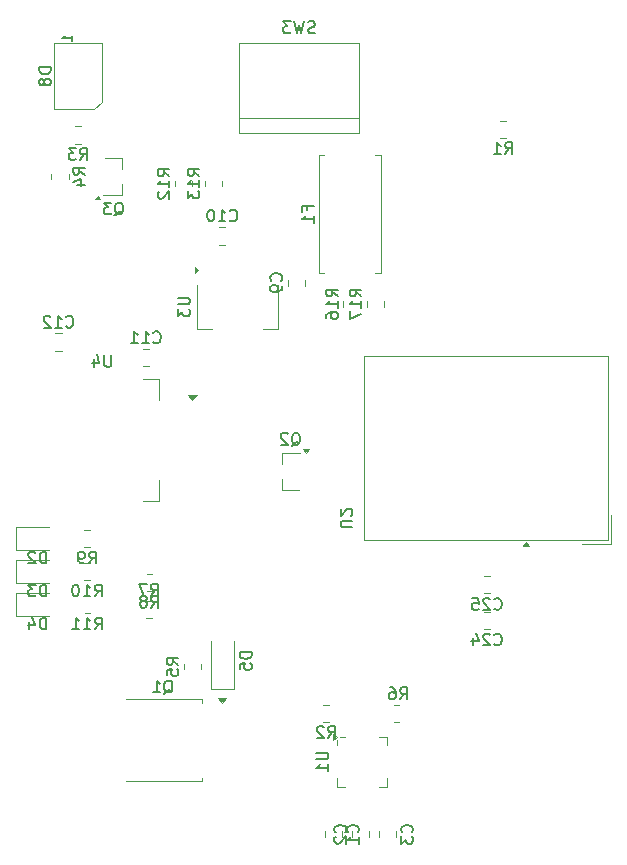
<source format=gbr>
%TF.GenerationSoftware,KiCad,Pcbnew,9.0.4*%
%TF.CreationDate,2025-08-24T10:42:23+02:00*%
%TF.ProjectId,pami_2026,70616d69-5f32-4303-9236-2e6b69636164,rev?*%
%TF.SameCoordinates,Original*%
%TF.FileFunction,Legend,Bot*%
%TF.FilePolarity,Positive*%
%FSLAX46Y46*%
G04 Gerber Fmt 4.6, Leading zero omitted, Abs format (unit mm)*
G04 Created by KiCad (PCBNEW 9.0.4) date 2025-08-24 10:42:23*
%MOMM*%
%LPD*%
G01*
G04 APERTURE LIST*
%ADD10C,0.150000*%
%ADD11C,0.120000*%
G04 APERTURE END LIST*
D10*
X217245180Y-67711904D02*
X216435657Y-67711904D01*
X216435657Y-67711904D02*
X216340419Y-67664285D01*
X216340419Y-67664285D02*
X216292800Y-67616666D01*
X216292800Y-67616666D02*
X216245180Y-67521428D01*
X216245180Y-67521428D02*
X216245180Y-67330952D01*
X216245180Y-67330952D02*
X216292800Y-67235714D01*
X216292800Y-67235714D02*
X216340419Y-67188095D01*
X216340419Y-67188095D02*
X216435657Y-67140476D01*
X216435657Y-67140476D02*
X217245180Y-67140476D01*
X217149942Y-66711904D02*
X217197561Y-66664285D01*
X217197561Y-66664285D02*
X217245180Y-66569047D01*
X217245180Y-66569047D02*
X217245180Y-66330952D01*
X217245180Y-66330952D02*
X217197561Y-66235714D01*
X217197561Y-66235714D02*
X217149942Y-66188095D01*
X217149942Y-66188095D02*
X217054704Y-66140476D01*
X217054704Y-66140476D02*
X216959466Y-66140476D01*
X216959466Y-66140476D02*
X216816609Y-66188095D01*
X216816609Y-66188095D02*
X216245180Y-66759523D01*
X216245180Y-66759523D02*
X216245180Y-66140476D01*
X201277238Y-81776057D02*
X201372476Y-81728438D01*
X201372476Y-81728438D02*
X201467714Y-81633200D01*
X201467714Y-81633200D02*
X201610571Y-81490342D01*
X201610571Y-81490342D02*
X201705809Y-81442723D01*
X201705809Y-81442723D02*
X201801047Y-81442723D01*
X201753428Y-81680819D02*
X201848666Y-81633200D01*
X201848666Y-81633200D02*
X201943904Y-81537961D01*
X201943904Y-81537961D02*
X201991523Y-81347485D01*
X201991523Y-81347485D02*
X201991523Y-81014152D01*
X201991523Y-81014152D02*
X201943904Y-80823676D01*
X201943904Y-80823676D02*
X201848666Y-80728438D01*
X201848666Y-80728438D02*
X201753428Y-80680819D01*
X201753428Y-80680819D02*
X201562952Y-80680819D01*
X201562952Y-80680819D02*
X201467714Y-80728438D01*
X201467714Y-80728438D02*
X201372476Y-80823676D01*
X201372476Y-80823676D02*
X201324857Y-81014152D01*
X201324857Y-81014152D02*
X201324857Y-81347485D01*
X201324857Y-81347485D02*
X201372476Y-81537961D01*
X201372476Y-81537961D02*
X201467714Y-81633200D01*
X201467714Y-81633200D02*
X201562952Y-81680819D01*
X201562952Y-81680819D02*
X201753428Y-81680819D01*
X200372476Y-81680819D02*
X200943904Y-81680819D01*
X200658190Y-81680819D02*
X200658190Y-80680819D01*
X200658190Y-80680819D02*
X200753428Y-80823676D01*
X200753428Y-80823676D02*
X200848666Y-80918914D01*
X200848666Y-80918914D02*
X200943904Y-80966533D01*
X204290819Y-37949142D02*
X203814628Y-37615809D01*
X204290819Y-37377714D02*
X203290819Y-37377714D01*
X203290819Y-37377714D02*
X203290819Y-37758666D01*
X203290819Y-37758666D02*
X203338438Y-37853904D01*
X203338438Y-37853904D02*
X203386057Y-37901523D01*
X203386057Y-37901523D02*
X203481295Y-37949142D01*
X203481295Y-37949142D02*
X203624152Y-37949142D01*
X203624152Y-37949142D02*
X203719390Y-37901523D01*
X203719390Y-37901523D02*
X203767009Y-37853904D01*
X203767009Y-37853904D02*
X203814628Y-37758666D01*
X203814628Y-37758666D02*
X203814628Y-37377714D01*
X204290819Y-38901523D02*
X204290819Y-38330095D01*
X204290819Y-38615809D02*
X203290819Y-38615809D01*
X203290819Y-38615809D02*
X203433676Y-38520571D01*
X203433676Y-38520571D02*
X203528914Y-38425333D01*
X203528914Y-38425333D02*
X203576533Y-38330095D01*
X203290819Y-39234857D02*
X203290819Y-39853904D01*
X203290819Y-39853904D02*
X203671771Y-39520571D01*
X203671771Y-39520571D02*
X203671771Y-39663428D01*
X203671771Y-39663428D02*
X203719390Y-39758666D01*
X203719390Y-39758666D02*
X203767009Y-39806285D01*
X203767009Y-39806285D02*
X203862247Y-39853904D01*
X203862247Y-39853904D02*
X204100342Y-39853904D01*
X204100342Y-39853904D02*
X204195580Y-39806285D01*
X204195580Y-39806285D02*
X204243200Y-39758666D01*
X204243200Y-39758666D02*
X204290819Y-39663428D01*
X204290819Y-39663428D02*
X204290819Y-39377714D01*
X204290819Y-39377714D02*
X204243200Y-39282476D01*
X204243200Y-39282476D02*
X204195580Y-39234857D01*
X201750819Y-37965142D02*
X201274628Y-37631809D01*
X201750819Y-37393714D02*
X200750819Y-37393714D01*
X200750819Y-37393714D02*
X200750819Y-37774666D01*
X200750819Y-37774666D02*
X200798438Y-37869904D01*
X200798438Y-37869904D02*
X200846057Y-37917523D01*
X200846057Y-37917523D02*
X200941295Y-37965142D01*
X200941295Y-37965142D02*
X201084152Y-37965142D01*
X201084152Y-37965142D02*
X201179390Y-37917523D01*
X201179390Y-37917523D02*
X201227009Y-37869904D01*
X201227009Y-37869904D02*
X201274628Y-37774666D01*
X201274628Y-37774666D02*
X201274628Y-37393714D01*
X201750819Y-38917523D02*
X201750819Y-38346095D01*
X201750819Y-38631809D02*
X200750819Y-38631809D01*
X200750819Y-38631809D02*
X200893676Y-38536571D01*
X200893676Y-38536571D02*
X200988914Y-38441333D01*
X200988914Y-38441333D02*
X201036533Y-38346095D01*
X200846057Y-39298476D02*
X200798438Y-39346095D01*
X200798438Y-39346095D02*
X200750819Y-39441333D01*
X200750819Y-39441333D02*
X200750819Y-39679428D01*
X200750819Y-39679428D02*
X200798438Y-39774666D01*
X200798438Y-39774666D02*
X200846057Y-39822285D01*
X200846057Y-39822285D02*
X200941295Y-39869904D01*
X200941295Y-39869904D02*
X201036533Y-39869904D01*
X201036533Y-39869904D02*
X201179390Y-39822285D01*
X201179390Y-39822285D02*
X201750819Y-39250857D01*
X201750819Y-39250857D02*
X201750819Y-39869904D01*
X229264357Y-77604580D02*
X229311976Y-77652200D01*
X229311976Y-77652200D02*
X229454833Y-77699819D01*
X229454833Y-77699819D02*
X229550071Y-77699819D01*
X229550071Y-77699819D02*
X229692928Y-77652200D01*
X229692928Y-77652200D02*
X229788166Y-77556961D01*
X229788166Y-77556961D02*
X229835785Y-77461723D01*
X229835785Y-77461723D02*
X229883404Y-77271247D01*
X229883404Y-77271247D02*
X229883404Y-77128390D01*
X229883404Y-77128390D02*
X229835785Y-76937914D01*
X229835785Y-76937914D02*
X229788166Y-76842676D01*
X229788166Y-76842676D02*
X229692928Y-76747438D01*
X229692928Y-76747438D02*
X229550071Y-76699819D01*
X229550071Y-76699819D02*
X229454833Y-76699819D01*
X229454833Y-76699819D02*
X229311976Y-76747438D01*
X229311976Y-76747438D02*
X229264357Y-76795057D01*
X228883404Y-76795057D02*
X228835785Y-76747438D01*
X228835785Y-76747438D02*
X228740547Y-76699819D01*
X228740547Y-76699819D02*
X228502452Y-76699819D01*
X228502452Y-76699819D02*
X228407214Y-76747438D01*
X228407214Y-76747438D02*
X228359595Y-76795057D01*
X228359595Y-76795057D02*
X228311976Y-76890295D01*
X228311976Y-76890295D02*
X228311976Y-76985533D01*
X228311976Y-76985533D02*
X228359595Y-77128390D01*
X228359595Y-77128390D02*
X228931023Y-77699819D01*
X228931023Y-77699819D02*
X228311976Y-77699819D01*
X227454833Y-77033152D02*
X227454833Y-77699819D01*
X227692928Y-76652200D02*
X227931023Y-77366485D01*
X227931023Y-77366485D02*
X227311976Y-77366485D01*
X200207666Y-74494819D02*
X200540999Y-74018628D01*
X200779094Y-74494819D02*
X200779094Y-73494819D01*
X200779094Y-73494819D02*
X200398142Y-73494819D01*
X200398142Y-73494819D02*
X200302904Y-73542438D01*
X200302904Y-73542438D02*
X200255285Y-73590057D01*
X200255285Y-73590057D02*
X200207666Y-73685295D01*
X200207666Y-73685295D02*
X200207666Y-73828152D01*
X200207666Y-73828152D02*
X200255285Y-73923390D01*
X200255285Y-73923390D02*
X200302904Y-73971009D01*
X200302904Y-73971009D02*
X200398142Y-74018628D01*
X200398142Y-74018628D02*
X200779094Y-74018628D01*
X199636237Y-73923390D02*
X199731475Y-73875771D01*
X199731475Y-73875771D02*
X199779094Y-73828152D01*
X199779094Y-73828152D02*
X199826713Y-73732914D01*
X199826713Y-73732914D02*
X199826713Y-73685295D01*
X199826713Y-73685295D02*
X199779094Y-73590057D01*
X199779094Y-73590057D02*
X199731475Y-73542438D01*
X199731475Y-73542438D02*
X199636237Y-73494819D01*
X199636237Y-73494819D02*
X199445761Y-73494819D01*
X199445761Y-73494819D02*
X199350523Y-73542438D01*
X199350523Y-73542438D02*
X199302904Y-73590057D01*
X199302904Y-73590057D02*
X199255285Y-73685295D01*
X199255285Y-73685295D02*
X199255285Y-73732914D01*
X199255285Y-73732914D02*
X199302904Y-73828152D01*
X199302904Y-73828152D02*
X199350523Y-73875771D01*
X199350523Y-73875771D02*
X199445761Y-73923390D01*
X199445761Y-73923390D02*
X199636237Y-73923390D01*
X199636237Y-73923390D02*
X199731475Y-73971009D01*
X199731475Y-73971009D02*
X199779094Y-74018628D01*
X199779094Y-74018628D02*
X199826713Y-74113866D01*
X199826713Y-74113866D02*
X199826713Y-74304342D01*
X199826713Y-74304342D02*
X199779094Y-74399580D01*
X199779094Y-74399580D02*
X199731475Y-74447200D01*
X199731475Y-74447200D02*
X199636237Y-74494819D01*
X199636237Y-74494819D02*
X199445761Y-74494819D01*
X199445761Y-74494819D02*
X199350523Y-74447200D01*
X199350523Y-74447200D02*
X199302904Y-74399580D01*
X199302904Y-74399580D02*
X199255285Y-74304342D01*
X199255285Y-74304342D02*
X199255285Y-74113866D01*
X199255285Y-74113866D02*
X199302904Y-74018628D01*
X199302904Y-74018628D02*
X199350523Y-73971009D01*
X199350523Y-73971009D02*
X199445761Y-73923390D01*
X200175666Y-73480819D02*
X200508999Y-73004628D01*
X200747094Y-73480819D02*
X200747094Y-72480819D01*
X200747094Y-72480819D02*
X200366142Y-72480819D01*
X200366142Y-72480819D02*
X200270904Y-72528438D01*
X200270904Y-72528438D02*
X200223285Y-72576057D01*
X200223285Y-72576057D02*
X200175666Y-72671295D01*
X200175666Y-72671295D02*
X200175666Y-72814152D01*
X200175666Y-72814152D02*
X200223285Y-72909390D01*
X200223285Y-72909390D02*
X200270904Y-72957009D01*
X200270904Y-72957009D02*
X200366142Y-73004628D01*
X200366142Y-73004628D02*
X200747094Y-73004628D01*
X199842332Y-72480819D02*
X199175666Y-72480819D01*
X199175666Y-72480819D02*
X199604237Y-73480819D01*
X221273666Y-82260819D02*
X221606999Y-81784628D01*
X221845094Y-82260819D02*
X221845094Y-81260819D01*
X221845094Y-81260819D02*
X221464142Y-81260819D01*
X221464142Y-81260819D02*
X221368904Y-81308438D01*
X221368904Y-81308438D02*
X221321285Y-81356057D01*
X221321285Y-81356057D02*
X221273666Y-81451295D01*
X221273666Y-81451295D02*
X221273666Y-81594152D01*
X221273666Y-81594152D02*
X221321285Y-81689390D01*
X221321285Y-81689390D02*
X221368904Y-81737009D01*
X221368904Y-81737009D02*
X221464142Y-81784628D01*
X221464142Y-81784628D02*
X221845094Y-81784628D01*
X220416523Y-81260819D02*
X220606999Y-81260819D01*
X220606999Y-81260819D02*
X220702237Y-81308438D01*
X220702237Y-81308438D02*
X220749856Y-81356057D01*
X220749856Y-81356057D02*
X220845094Y-81498914D01*
X220845094Y-81498914D02*
X220892713Y-81689390D01*
X220892713Y-81689390D02*
X220892713Y-82070342D01*
X220892713Y-82070342D02*
X220845094Y-82165580D01*
X220845094Y-82165580D02*
X220797475Y-82213200D01*
X220797475Y-82213200D02*
X220702237Y-82260819D01*
X220702237Y-82260819D02*
X220511761Y-82260819D01*
X220511761Y-82260819D02*
X220416523Y-82213200D01*
X220416523Y-82213200D02*
X220368904Y-82165580D01*
X220368904Y-82165580D02*
X220321285Y-82070342D01*
X220321285Y-82070342D02*
X220321285Y-81832247D01*
X220321285Y-81832247D02*
X220368904Y-81737009D01*
X220368904Y-81737009D02*
X220416523Y-81689390D01*
X220416523Y-81689390D02*
X220511761Y-81641771D01*
X220511761Y-81641771D02*
X220702237Y-81641771D01*
X220702237Y-81641771D02*
X220797475Y-81689390D01*
X220797475Y-81689390D02*
X220845094Y-81737009D01*
X220845094Y-81737009D02*
X220892713Y-81832247D01*
X215177666Y-85543819D02*
X215510999Y-85067628D01*
X215749094Y-85543819D02*
X215749094Y-84543819D01*
X215749094Y-84543819D02*
X215368142Y-84543819D01*
X215368142Y-84543819D02*
X215272904Y-84591438D01*
X215272904Y-84591438D02*
X215225285Y-84639057D01*
X215225285Y-84639057D02*
X215177666Y-84734295D01*
X215177666Y-84734295D02*
X215177666Y-84877152D01*
X215177666Y-84877152D02*
X215225285Y-84972390D01*
X215225285Y-84972390D02*
X215272904Y-85020009D01*
X215272904Y-85020009D02*
X215368142Y-85067628D01*
X215368142Y-85067628D02*
X215749094Y-85067628D01*
X214796713Y-84639057D02*
X214749094Y-84591438D01*
X214749094Y-84591438D02*
X214653856Y-84543819D01*
X214653856Y-84543819D02*
X214415761Y-84543819D01*
X214415761Y-84543819D02*
X214320523Y-84591438D01*
X214320523Y-84591438D02*
X214272904Y-84639057D01*
X214272904Y-84639057D02*
X214225285Y-84734295D01*
X214225285Y-84734295D02*
X214225285Y-84829533D01*
X214225285Y-84829533D02*
X214272904Y-84972390D01*
X214272904Y-84972390D02*
X214844332Y-85543819D01*
X214844332Y-85543819D02*
X214225285Y-85543819D01*
X222274580Y-93520833D02*
X222322200Y-93473214D01*
X222322200Y-93473214D02*
X222369819Y-93330357D01*
X222369819Y-93330357D02*
X222369819Y-93235119D01*
X222369819Y-93235119D02*
X222322200Y-93092262D01*
X222322200Y-93092262D02*
X222226961Y-92997024D01*
X222226961Y-92997024D02*
X222131723Y-92949405D01*
X222131723Y-92949405D02*
X221941247Y-92901786D01*
X221941247Y-92901786D02*
X221798390Y-92901786D01*
X221798390Y-92901786D02*
X221607914Y-92949405D01*
X221607914Y-92949405D02*
X221512676Y-92997024D01*
X221512676Y-92997024D02*
X221417438Y-93092262D01*
X221417438Y-93092262D02*
X221369819Y-93235119D01*
X221369819Y-93235119D02*
X221369819Y-93330357D01*
X221369819Y-93330357D02*
X221417438Y-93473214D01*
X221417438Y-93473214D02*
X221465057Y-93520833D01*
X221369819Y-93854167D02*
X221369819Y-94473214D01*
X221369819Y-94473214D02*
X221750771Y-94139881D01*
X221750771Y-94139881D02*
X221750771Y-94282738D01*
X221750771Y-94282738D02*
X221798390Y-94377976D01*
X221798390Y-94377976D02*
X221846009Y-94425595D01*
X221846009Y-94425595D02*
X221941247Y-94473214D01*
X221941247Y-94473214D02*
X222179342Y-94473214D01*
X222179342Y-94473214D02*
X222274580Y-94425595D01*
X222274580Y-94425595D02*
X222322200Y-94377976D01*
X222322200Y-94377976D02*
X222369819Y-94282738D01*
X222369819Y-94282738D02*
X222369819Y-93997024D01*
X222369819Y-93997024D02*
X222322200Y-93901786D01*
X222322200Y-93901786D02*
X222274580Y-93854167D01*
X216628580Y-93520833D02*
X216676200Y-93473214D01*
X216676200Y-93473214D02*
X216723819Y-93330357D01*
X216723819Y-93330357D02*
X216723819Y-93235119D01*
X216723819Y-93235119D02*
X216676200Y-93092262D01*
X216676200Y-93092262D02*
X216580961Y-92997024D01*
X216580961Y-92997024D02*
X216485723Y-92949405D01*
X216485723Y-92949405D02*
X216295247Y-92901786D01*
X216295247Y-92901786D02*
X216152390Y-92901786D01*
X216152390Y-92901786D02*
X215961914Y-92949405D01*
X215961914Y-92949405D02*
X215866676Y-92997024D01*
X215866676Y-92997024D02*
X215771438Y-93092262D01*
X215771438Y-93092262D02*
X215723819Y-93235119D01*
X215723819Y-93235119D02*
X215723819Y-93330357D01*
X215723819Y-93330357D02*
X215771438Y-93473214D01*
X215771438Y-93473214D02*
X215819057Y-93520833D01*
X215819057Y-93901786D02*
X215771438Y-93949405D01*
X215771438Y-93949405D02*
X215723819Y-94044643D01*
X215723819Y-94044643D02*
X215723819Y-94282738D01*
X215723819Y-94282738D02*
X215771438Y-94377976D01*
X215771438Y-94377976D02*
X215819057Y-94425595D01*
X215819057Y-94425595D02*
X215914295Y-94473214D01*
X215914295Y-94473214D02*
X216009533Y-94473214D01*
X216009533Y-94473214D02*
X216152390Y-94425595D01*
X216152390Y-94425595D02*
X216723819Y-93854167D01*
X216723819Y-93854167D02*
X216723819Y-94473214D01*
X217702580Y-93520833D02*
X217750200Y-93473214D01*
X217750200Y-93473214D02*
X217797819Y-93330357D01*
X217797819Y-93330357D02*
X217797819Y-93235119D01*
X217797819Y-93235119D02*
X217750200Y-93092262D01*
X217750200Y-93092262D02*
X217654961Y-92997024D01*
X217654961Y-92997024D02*
X217559723Y-92949405D01*
X217559723Y-92949405D02*
X217369247Y-92901786D01*
X217369247Y-92901786D02*
X217226390Y-92901786D01*
X217226390Y-92901786D02*
X217035914Y-92949405D01*
X217035914Y-92949405D02*
X216940676Y-92997024D01*
X216940676Y-92997024D02*
X216845438Y-93092262D01*
X216845438Y-93092262D02*
X216797819Y-93235119D01*
X216797819Y-93235119D02*
X216797819Y-93330357D01*
X216797819Y-93330357D02*
X216845438Y-93473214D01*
X216845438Y-93473214D02*
X216893057Y-93520833D01*
X217797819Y-94473214D02*
X217797819Y-93901786D01*
X217797819Y-94187500D02*
X216797819Y-94187500D01*
X216797819Y-94187500D02*
X216940676Y-94092262D01*
X216940676Y-94092262D02*
X217035914Y-93997024D01*
X217035914Y-93997024D02*
X217083533Y-93901786D01*
X213431009Y-40851666D02*
X213431009Y-40518333D01*
X213954819Y-40518333D02*
X212954819Y-40518333D01*
X212954819Y-40518333D02*
X212954819Y-40994523D01*
X213954819Y-41899285D02*
X213954819Y-41327857D01*
X213954819Y-41613571D02*
X212954819Y-41613571D01*
X212954819Y-41613571D02*
X213097676Y-41518333D01*
X213097676Y-41518333D02*
X213192914Y-41423095D01*
X213192914Y-41423095D02*
X213240533Y-41327857D01*
X197095238Y-41300057D02*
X197190476Y-41252438D01*
X197190476Y-41252438D02*
X197285714Y-41157200D01*
X197285714Y-41157200D02*
X197428571Y-41014342D01*
X197428571Y-41014342D02*
X197523809Y-40966723D01*
X197523809Y-40966723D02*
X197619047Y-40966723D01*
X197571428Y-41204819D02*
X197666666Y-41157200D01*
X197666666Y-41157200D02*
X197761904Y-41061961D01*
X197761904Y-41061961D02*
X197809523Y-40871485D01*
X197809523Y-40871485D02*
X197809523Y-40538152D01*
X197809523Y-40538152D02*
X197761904Y-40347676D01*
X197761904Y-40347676D02*
X197666666Y-40252438D01*
X197666666Y-40252438D02*
X197571428Y-40204819D01*
X197571428Y-40204819D02*
X197380952Y-40204819D01*
X197380952Y-40204819D02*
X197285714Y-40252438D01*
X197285714Y-40252438D02*
X197190476Y-40347676D01*
X197190476Y-40347676D02*
X197142857Y-40538152D01*
X197142857Y-40538152D02*
X197142857Y-40871485D01*
X197142857Y-40871485D02*
X197190476Y-41061961D01*
X197190476Y-41061961D02*
X197285714Y-41157200D01*
X197285714Y-41157200D02*
X197380952Y-41204819D01*
X197380952Y-41204819D02*
X197571428Y-41204819D01*
X196809523Y-40204819D02*
X196190476Y-40204819D01*
X196190476Y-40204819D02*
X196523809Y-40585771D01*
X196523809Y-40585771D02*
X196380952Y-40585771D01*
X196380952Y-40585771D02*
X196285714Y-40633390D01*
X196285714Y-40633390D02*
X196238095Y-40681009D01*
X196238095Y-40681009D02*
X196190476Y-40776247D01*
X196190476Y-40776247D02*
X196190476Y-41014342D01*
X196190476Y-41014342D02*
X196238095Y-41109580D01*
X196238095Y-41109580D02*
X196285714Y-41157200D01*
X196285714Y-41157200D02*
X196380952Y-41204819D01*
X196380952Y-41204819D02*
X196666666Y-41204819D01*
X196666666Y-41204819D02*
X196761904Y-41157200D01*
X196761904Y-41157200D02*
X196809523Y-41109580D01*
X194604819Y-37833333D02*
X194128628Y-37500000D01*
X194604819Y-37261905D02*
X193604819Y-37261905D01*
X193604819Y-37261905D02*
X193604819Y-37642857D01*
X193604819Y-37642857D02*
X193652438Y-37738095D01*
X193652438Y-37738095D02*
X193700057Y-37785714D01*
X193700057Y-37785714D02*
X193795295Y-37833333D01*
X193795295Y-37833333D02*
X193938152Y-37833333D01*
X193938152Y-37833333D02*
X194033390Y-37785714D01*
X194033390Y-37785714D02*
X194081009Y-37738095D01*
X194081009Y-37738095D02*
X194128628Y-37642857D01*
X194128628Y-37642857D02*
X194128628Y-37261905D01*
X193938152Y-38690476D02*
X194604819Y-38690476D01*
X193557200Y-38452381D02*
X194271485Y-38214286D01*
X194271485Y-38214286D02*
X194271485Y-38833333D01*
X218006819Y-48141142D02*
X217530628Y-47807809D01*
X218006819Y-47569714D02*
X217006819Y-47569714D01*
X217006819Y-47569714D02*
X217006819Y-47950666D01*
X217006819Y-47950666D02*
X217054438Y-48045904D01*
X217054438Y-48045904D02*
X217102057Y-48093523D01*
X217102057Y-48093523D02*
X217197295Y-48141142D01*
X217197295Y-48141142D02*
X217340152Y-48141142D01*
X217340152Y-48141142D02*
X217435390Y-48093523D01*
X217435390Y-48093523D02*
X217483009Y-48045904D01*
X217483009Y-48045904D02*
X217530628Y-47950666D01*
X217530628Y-47950666D02*
X217530628Y-47569714D01*
X218006819Y-49093523D02*
X218006819Y-48522095D01*
X218006819Y-48807809D02*
X217006819Y-48807809D01*
X217006819Y-48807809D02*
X217149676Y-48712571D01*
X217149676Y-48712571D02*
X217244914Y-48617333D01*
X217244914Y-48617333D02*
X217292533Y-48522095D01*
X217006819Y-49426857D02*
X217006819Y-50093523D01*
X217006819Y-50093523D02*
X218006819Y-49664952D01*
X214183819Y-86779095D02*
X214993342Y-86779095D01*
X214993342Y-86779095D02*
X215088580Y-86826714D01*
X215088580Y-86826714D02*
X215136200Y-86874333D01*
X215136200Y-86874333D02*
X215183819Y-86969571D01*
X215183819Y-86969571D02*
X215183819Y-87160047D01*
X215183819Y-87160047D02*
X215136200Y-87255285D01*
X215136200Y-87255285D02*
X215088580Y-87302904D01*
X215088580Y-87302904D02*
X214993342Y-87350523D01*
X214993342Y-87350523D02*
X214183819Y-87350523D01*
X215183819Y-88350523D02*
X215183819Y-87779095D01*
X215183819Y-88064809D02*
X214183819Y-88064809D01*
X214183819Y-88064809D02*
X214326676Y-87969571D01*
X214326676Y-87969571D02*
X214421914Y-87874333D01*
X214421914Y-87874333D02*
X214469533Y-87779095D01*
X200392357Y-52019580D02*
X200439976Y-52067200D01*
X200439976Y-52067200D02*
X200582833Y-52114819D01*
X200582833Y-52114819D02*
X200678071Y-52114819D01*
X200678071Y-52114819D02*
X200820928Y-52067200D01*
X200820928Y-52067200D02*
X200916166Y-51971961D01*
X200916166Y-51971961D02*
X200963785Y-51876723D01*
X200963785Y-51876723D02*
X201011404Y-51686247D01*
X201011404Y-51686247D02*
X201011404Y-51543390D01*
X201011404Y-51543390D02*
X200963785Y-51352914D01*
X200963785Y-51352914D02*
X200916166Y-51257676D01*
X200916166Y-51257676D02*
X200820928Y-51162438D01*
X200820928Y-51162438D02*
X200678071Y-51114819D01*
X200678071Y-51114819D02*
X200582833Y-51114819D01*
X200582833Y-51114819D02*
X200439976Y-51162438D01*
X200439976Y-51162438D02*
X200392357Y-51210057D01*
X199439976Y-52114819D02*
X200011404Y-52114819D01*
X199725690Y-52114819D02*
X199725690Y-51114819D01*
X199725690Y-51114819D02*
X199820928Y-51257676D01*
X199820928Y-51257676D02*
X199916166Y-51352914D01*
X199916166Y-51352914D02*
X200011404Y-51400533D01*
X198487595Y-52114819D02*
X199059023Y-52114819D01*
X198773309Y-52114819D02*
X198773309Y-51114819D01*
X198773309Y-51114819D02*
X198868547Y-51257676D01*
X198868547Y-51257676D02*
X198963785Y-51352914D01*
X198963785Y-51352914D02*
X199059023Y-51400533D01*
X211197580Y-46817833D02*
X211245200Y-46770214D01*
X211245200Y-46770214D02*
X211292819Y-46627357D01*
X211292819Y-46627357D02*
X211292819Y-46532119D01*
X211292819Y-46532119D02*
X211245200Y-46389262D01*
X211245200Y-46389262D02*
X211149961Y-46294024D01*
X211149961Y-46294024D02*
X211054723Y-46246405D01*
X211054723Y-46246405D02*
X210864247Y-46198786D01*
X210864247Y-46198786D02*
X210721390Y-46198786D01*
X210721390Y-46198786D02*
X210530914Y-46246405D01*
X210530914Y-46246405D02*
X210435676Y-46294024D01*
X210435676Y-46294024D02*
X210340438Y-46389262D01*
X210340438Y-46389262D02*
X210292819Y-46532119D01*
X210292819Y-46532119D02*
X210292819Y-46627357D01*
X210292819Y-46627357D02*
X210340438Y-46770214D01*
X210340438Y-46770214D02*
X210388057Y-46817833D01*
X211292819Y-47294024D02*
X211292819Y-47484500D01*
X211292819Y-47484500D02*
X211245200Y-47579738D01*
X211245200Y-47579738D02*
X211197580Y-47627357D01*
X211197580Y-47627357D02*
X211054723Y-47722595D01*
X211054723Y-47722595D02*
X210864247Y-47770214D01*
X210864247Y-47770214D02*
X210483295Y-47770214D01*
X210483295Y-47770214D02*
X210388057Y-47722595D01*
X210388057Y-47722595D02*
X210340438Y-47674976D01*
X210340438Y-47674976D02*
X210292819Y-47579738D01*
X210292819Y-47579738D02*
X210292819Y-47389262D01*
X210292819Y-47389262D02*
X210340438Y-47294024D01*
X210340438Y-47294024D02*
X210388057Y-47246405D01*
X210388057Y-47246405D02*
X210483295Y-47198786D01*
X210483295Y-47198786D02*
X210721390Y-47198786D01*
X210721390Y-47198786D02*
X210816628Y-47246405D01*
X210816628Y-47246405D02*
X210864247Y-47294024D01*
X210864247Y-47294024D02*
X210911866Y-47389262D01*
X210911866Y-47389262D02*
X210911866Y-47579738D01*
X210911866Y-47579738D02*
X210864247Y-47674976D01*
X210864247Y-47674976D02*
X210816628Y-47722595D01*
X210816628Y-47722595D02*
X210721390Y-47770214D01*
X191327094Y-76344819D02*
X191327094Y-75344819D01*
X191327094Y-75344819D02*
X191088999Y-75344819D01*
X191088999Y-75344819D02*
X190946142Y-75392438D01*
X190946142Y-75392438D02*
X190850904Y-75487676D01*
X190850904Y-75487676D02*
X190803285Y-75582914D01*
X190803285Y-75582914D02*
X190755666Y-75773390D01*
X190755666Y-75773390D02*
X190755666Y-75916247D01*
X190755666Y-75916247D02*
X190803285Y-76106723D01*
X190803285Y-76106723D02*
X190850904Y-76201961D01*
X190850904Y-76201961D02*
X190946142Y-76297200D01*
X190946142Y-76297200D02*
X191088999Y-76344819D01*
X191088999Y-76344819D02*
X191327094Y-76344819D01*
X189898523Y-75678152D02*
X189898523Y-76344819D01*
X190136618Y-75297200D02*
X190374713Y-76011485D01*
X190374713Y-76011485D02*
X189755666Y-76011485D01*
X216006819Y-48141142D02*
X215530628Y-47807809D01*
X216006819Y-47569714D02*
X215006819Y-47569714D01*
X215006819Y-47569714D02*
X215006819Y-47950666D01*
X215006819Y-47950666D02*
X215054438Y-48045904D01*
X215054438Y-48045904D02*
X215102057Y-48093523D01*
X215102057Y-48093523D02*
X215197295Y-48141142D01*
X215197295Y-48141142D02*
X215340152Y-48141142D01*
X215340152Y-48141142D02*
X215435390Y-48093523D01*
X215435390Y-48093523D02*
X215483009Y-48045904D01*
X215483009Y-48045904D02*
X215530628Y-47950666D01*
X215530628Y-47950666D02*
X215530628Y-47569714D01*
X216006819Y-49093523D02*
X216006819Y-48522095D01*
X216006819Y-48807809D02*
X215006819Y-48807809D01*
X215006819Y-48807809D02*
X215149676Y-48712571D01*
X215149676Y-48712571D02*
X215244914Y-48617333D01*
X215244914Y-48617333D02*
X215292533Y-48522095D01*
X215006819Y-49950666D02*
X215006819Y-49760190D01*
X215006819Y-49760190D02*
X215054438Y-49664952D01*
X215054438Y-49664952D02*
X215102057Y-49617333D01*
X215102057Y-49617333D02*
X215244914Y-49522095D01*
X215244914Y-49522095D02*
X215435390Y-49474476D01*
X215435390Y-49474476D02*
X215816342Y-49474476D01*
X215816342Y-49474476D02*
X215911580Y-49522095D01*
X215911580Y-49522095D02*
X215959200Y-49569714D01*
X215959200Y-49569714D02*
X216006819Y-49664952D01*
X216006819Y-49664952D02*
X216006819Y-49855428D01*
X216006819Y-49855428D02*
X215959200Y-49950666D01*
X215959200Y-49950666D02*
X215911580Y-49998285D01*
X215911580Y-49998285D02*
X215816342Y-50045904D01*
X215816342Y-50045904D02*
X215578247Y-50045904D01*
X215578247Y-50045904D02*
X215483009Y-49998285D01*
X215483009Y-49998285D02*
X215435390Y-49950666D01*
X215435390Y-49950666D02*
X215387771Y-49855428D01*
X215387771Y-49855428D02*
X215387771Y-49664952D01*
X215387771Y-49664952D02*
X215435390Y-49569714D01*
X215435390Y-49569714D02*
X215483009Y-49522095D01*
X215483009Y-49522095D02*
X215578247Y-49474476D01*
X194166666Y-36604819D02*
X194499999Y-36128628D01*
X194738094Y-36604819D02*
X194738094Y-35604819D01*
X194738094Y-35604819D02*
X194357142Y-35604819D01*
X194357142Y-35604819D02*
X194261904Y-35652438D01*
X194261904Y-35652438D02*
X194214285Y-35700057D01*
X194214285Y-35700057D02*
X194166666Y-35795295D01*
X194166666Y-35795295D02*
X194166666Y-35938152D01*
X194166666Y-35938152D02*
X194214285Y-36033390D01*
X194214285Y-36033390D02*
X194261904Y-36081009D01*
X194261904Y-36081009D02*
X194357142Y-36128628D01*
X194357142Y-36128628D02*
X194738094Y-36128628D01*
X193833332Y-35604819D02*
X193214285Y-35604819D01*
X193214285Y-35604819D02*
X193547618Y-35985771D01*
X193547618Y-35985771D02*
X193404761Y-35985771D01*
X193404761Y-35985771D02*
X193309523Y-36033390D01*
X193309523Y-36033390D02*
X193261904Y-36081009D01*
X193261904Y-36081009D02*
X193214285Y-36176247D01*
X193214285Y-36176247D02*
X193214285Y-36414342D01*
X193214285Y-36414342D02*
X193261904Y-36509580D01*
X193261904Y-36509580D02*
X193309523Y-36557200D01*
X193309523Y-36557200D02*
X193404761Y-36604819D01*
X193404761Y-36604819D02*
X193690475Y-36604819D01*
X193690475Y-36604819D02*
X193785713Y-36557200D01*
X193785713Y-36557200D02*
X193833332Y-36509580D01*
X195444857Y-76344819D02*
X195778190Y-75868628D01*
X196016285Y-76344819D02*
X196016285Y-75344819D01*
X196016285Y-75344819D02*
X195635333Y-75344819D01*
X195635333Y-75344819D02*
X195540095Y-75392438D01*
X195540095Y-75392438D02*
X195492476Y-75440057D01*
X195492476Y-75440057D02*
X195444857Y-75535295D01*
X195444857Y-75535295D02*
X195444857Y-75678152D01*
X195444857Y-75678152D02*
X195492476Y-75773390D01*
X195492476Y-75773390D02*
X195540095Y-75821009D01*
X195540095Y-75821009D02*
X195635333Y-75868628D01*
X195635333Y-75868628D02*
X196016285Y-75868628D01*
X194492476Y-76344819D02*
X195063904Y-76344819D01*
X194778190Y-76344819D02*
X194778190Y-75344819D01*
X194778190Y-75344819D02*
X194873428Y-75487676D01*
X194873428Y-75487676D02*
X194968666Y-75582914D01*
X194968666Y-75582914D02*
X195063904Y-75630533D01*
X193540095Y-76344819D02*
X194111523Y-76344819D01*
X193825809Y-76344819D02*
X193825809Y-75344819D01*
X193825809Y-75344819D02*
X193921047Y-75487676D01*
X193921047Y-75487676D02*
X194016285Y-75582914D01*
X194016285Y-75582914D02*
X194111523Y-75630533D01*
X191704819Y-28761905D02*
X190704819Y-28761905D01*
X190704819Y-28761905D02*
X190704819Y-29000000D01*
X190704819Y-29000000D02*
X190752438Y-29142857D01*
X190752438Y-29142857D02*
X190847676Y-29238095D01*
X190847676Y-29238095D02*
X190942914Y-29285714D01*
X190942914Y-29285714D02*
X191133390Y-29333333D01*
X191133390Y-29333333D02*
X191276247Y-29333333D01*
X191276247Y-29333333D02*
X191466723Y-29285714D01*
X191466723Y-29285714D02*
X191561961Y-29238095D01*
X191561961Y-29238095D02*
X191657200Y-29142857D01*
X191657200Y-29142857D02*
X191704819Y-29000000D01*
X191704819Y-29000000D02*
X191704819Y-28761905D01*
X191133390Y-29904762D02*
X191085771Y-29809524D01*
X191085771Y-29809524D02*
X191038152Y-29761905D01*
X191038152Y-29761905D02*
X190942914Y-29714286D01*
X190942914Y-29714286D02*
X190895295Y-29714286D01*
X190895295Y-29714286D02*
X190800057Y-29761905D01*
X190800057Y-29761905D02*
X190752438Y-29809524D01*
X190752438Y-29809524D02*
X190704819Y-29904762D01*
X190704819Y-29904762D02*
X190704819Y-30095238D01*
X190704819Y-30095238D02*
X190752438Y-30190476D01*
X190752438Y-30190476D02*
X190800057Y-30238095D01*
X190800057Y-30238095D02*
X190895295Y-30285714D01*
X190895295Y-30285714D02*
X190942914Y-30285714D01*
X190942914Y-30285714D02*
X191038152Y-30238095D01*
X191038152Y-30238095D02*
X191085771Y-30190476D01*
X191085771Y-30190476D02*
X191133390Y-30095238D01*
X191133390Y-30095238D02*
X191133390Y-29904762D01*
X191133390Y-29904762D02*
X191181009Y-29809524D01*
X191181009Y-29809524D02*
X191228628Y-29761905D01*
X191228628Y-29761905D02*
X191323866Y-29714286D01*
X191323866Y-29714286D02*
X191514342Y-29714286D01*
X191514342Y-29714286D02*
X191609580Y-29761905D01*
X191609580Y-29761905D02*
X191657200Y-29809524D01*
X191657200Y-29809524D02*
X191704819Y-29904762D01*
X191704819Y-29904762D02*
X191704819Y-30095238D01*
X191704819Y-30095238D02*
X191657200Y-30190476D01*
X191657200Y-30190476D02*
X191609580Y-30238095D01*
X191609580Y-30238095D02*
X191514342Y-30285714D01*
X191514342Y-30285714D02*
X191323866Y-30285714D01*
X191323866Y-30285714D02*
X191228628Y-30238095D01*
X191228628Y-30238095D02*
X191181009Y-30190476D01*
X191181009Y-30190476D02*
X191133390Y-30095238D01*
X193487295Y-26528571D02*
X193487295Y-26071428D01*
X193487295Y-26300000D02*
X192687295Y-26300000D01*
X192687295Y-26300000D02*
X192801580Y-26223809D01*
X192801580Y-26223809D02*
X192877771Y-26147619D01*
X192877771Y-26147619D02*
X192915866Y-26071428D01*
X230166666Y-36104819D02*
X230499999Y-35628628D01*
X230738094Y-36104819D02*
X230738094Y-35104819D01*
X230738094Y-35104819D02*
X230357142Y-35104819D01*
X230357142Y-35104819D02*
X230261904Y-35152438D01*
X230261904Y-35152438D02*
X230214285Y-35200057D01*
X230214285Y-35200057D02*
X230166666Y-35295295D01*
X230166666Y-35295295D02*
X230166666Y-35438152D01*
X230166666Y-35438152D02*
X230214285Y-35533390D01*
X230214285Y-35533390D02*
X230261904Y-35581009D01*
X230261904Y-35581009D02*
X230357142Y-35628628D01*
X230357142Y-35628628D02*
X230738094Y-35628628D01*
X229214285Y-36104819D02*
X229785713Y-36104819D01*
X229499999Y-36104819D02*
X229499999Y-35104819D01*
X229499999Y-35104819D02*
X229595237Y-35247676D01*
X229595237Y-35247676D02*
X229690475Y-35342914D01*
X229690475Y-35342914D02*
X229785713Y-35390533D01*
X212095238Y-60800057D02*
X212190476Y-60752438D01*
X212190476Y-60752438D02*
X212285714Y-60657200D01*
X212285714Y-60657200D02*
X212428571Y-60514342D01*
X212428571Y-60514342D02*
X212523809Y-60466723D01*
X212523809Y-60466723D02*
X212619047Y-60466723D01*
X212571428Y-60704819D02*
X212666666Y-60657200D01*
X212666666Y-60657200D02*
X212761904Y-60561961D01*
X212761904Y-60561961D02*
X212809523Y-60371485D01*
X212809523Y-60371485D02*
X212809523Y-60038152D01*
X212809523Y-60038152D02*
X212761904Y-59847676D01*
X212761904Y-59847676D02*
X212666666Y-59752438D01*
X212666666Y-59752438D02*
X212571428Y-59704819D01*
X212571428Y-59704819D02*
X212380952Y-59704819D01*
X212380952Y-59704819D02*
X212285714Y-59752438D01*
X212285714Y-59752438D02*
X212190476Y-59847676D01*
X212190476Y-59847676D02*
X212142857Y-60038152D01*
X212142857Y-60038152D02*
X212142857Y-60371485D01*
X212142857Y-60371485D02*
X212190476Y-60561961D01*
X212190476Y-60561961D02*
X212285714Y-60657200D01*
X212285714Y-60657200D02*
X212380952Y-60704819D01*
X212380952Y-60704819D02*
X212571428Y-60704819D01*
X211761904Y-59800057D02*
X211714285Y-59752438D01*
X211714285Y-59752438D02*
X211619047Y-59704819D01*
X211619047Y-59704819D02*
X211380952Y-59704819D01*
X211380952Y-59704819D02*
X211285714Y-59752438D01*
X211285714Y-59752438D02*
X211238095Y-59800057D01*
X211238095Y-59800057D02*
X211190476Y-59895295D01*
X211190476Y-59895295D02*
X211190476Y-59990533D01*
X211190476Y-59990533D02*
X211238095Y-60133390D01*
X211238095Y-60133390D02*
X211809523Y-60704819D01*
X211809523Y-60704819D02*
X211190476Y-60704819D01*
X193005357Y-50697580D02*
X193052976Y-50745200D01*
X193052976Y-50745200D02*
X193195833Y-50792819D01*
X193195833Y-50792819D02*
X193291071Y-50792819D01*
X193291071Y-50792819D02*
X193433928Y-50745200D01*
X193433928Y-50745200D02*
X193529166Y-50649961D01*
X193529166Y-50649961D02*
X193576785Y-50554723D01*
X193576785Y-50554723D02*
X193624404Y-50364247D01*
X193624404Y-50364247D02*
X193624404Y-50221390D01*
X193624404Y-50221390D02*
X193576785Y-50030914D01*
X193576785Y-50030914D02*
X193529166Y-49935676D01*
X193529166Y-49935676D02*
X193433928Y-49840438D01*
X193433928Y-49840438D02*
X193291071Y-49792819D01*
X193291071Y-49792819D02*
X193195833Y-49792819D01*
X193195833Y-49792819D02*
X193052976Y-49840438D01*
X193052976Y-49840438D02*
X193005357Y-49888057D01*
X192052976Y-50792819D02*
X192624404Y-50792819D01*
X192338690Y-50792819D02*
X192338690Y-49792819D01*
X192338690Y-49792819D02*
X192433928Y-49935676D01*
X192433928Y-49935676D02*
X192529166Y-50030914D01*
X192529166Y-50030914D02*
X192624404Y-50078533D01*
X191672023Y-49888057D02*
X191624404Y-49840438D01*
X191624404Y-49840438D02*
X191529166Y-49792819D01*
X191529166Y-49792819D02*
X191291071Y-49792819D01*
X191291071Y-49792819D02*
X191195833Y-49840438D01*
X191195833Y-49840438D02*
X191148214Y-49888057D01*
X191148214Y-49888057D02*
X191100595Y-49983295D01*
X191100595Y-49983295D02*
X191100595Y-50078533D01*
X191100595Y-50078533D02*
X191148214Y-50221390D01*
X191148214Y-50221390D02*
X191719642Y-50792819D01*
X191719642Y-50792819D02*
X191100595Y-50792819D01*
X196813904Y-53110819D02*
X196813904Y-53920342D01*
X196813904Y-53920342D02*
X196766285Y-54015580D01*
X196766285Y-54015580D02*
X196718666Y-54063200D01*
X196718666Y-54063200D02*
X196623428Y-54110819D01*
X196623428Y-54110819D02*
X196432952Y-54110819D01*
X196432952Y-54110819D02*
X196337714Y-54063200D01*
X196337714Y-54063200D02*
X196290095Y-54015580D01*
X196290095Y-54015580D02*
X196242476Y-53920342D01*
X196242476Y-53920342D02*
X196242476Y-53110819D01*
X195337714Y-53444152D02*
X195337714Y-54110819D01*
X195575809Y-53063200D02*
X195813904Y-53777485D01*
X195813904Y-53777485D02*
X195194857Y-53777485D01*
X229264357Y-74594580D02*
X229311976Y-74642200D01*
X229311976Y-74642200D02*
X229454833Y-74689819D01*
X229454833Y-74689819D02*
X229550071Y-74689819D01*
X229550071Y-74689819D02*
X229692928Y-74642200D01*
X229692928Y-74642200D02*
X229788166Y-74546961D01*
X229788166Y-74546961D02*
X229835785Y-74451723D01*
X229835785Y-74451723D02*
X229883404Y-74261247D01*
X229883404Y-74261247D02*
X229883404Y-74118390D01*
X229883404Y-74118390D02*
X229835785Y-73927914D01*
X229835785Y-73927914D02*
X229788166Y-73832676D01*
X229788166Y-73832676D02*
X229692928Y-73737438D01*
X229692928Y-73737438D02*
X229550071Y-73689819D01*
X229550071Y-73689819D02*
X229454833Y-73689819D01*
X229454833Y-73689819D02*
X229311976Y-73737438D01*
X229311976Y-73737438D02*
X229264357Y-73785057D01*
X228883404Y-73785057D02*
X228835785Y-73737438D01*
X228835785Y-73737438D02*
X228740547Y-73689819D01*
X228740547Y-73689819D02*
X228502452Y-73689819D01*
X228502452Y-73689819D02*
X228407214Y-73737438D01*
X228407214Y-73737438D02*
X228359595Y-73785057D01*
X228359595Y-73785057D02*
X228311976Y-73880295D01*
X228311976Y-73880295D02*
X228311976Y-73975533D01*
X228311976Y-73975533D02*
X228359595Y-74118390D01*
X228359595Y-74118390D02*
X228931023Y-74689819D01*
X228931023Y-74689819D02*
X228311976Y-74689819D01*
X227407214Y-73689819D02*
X227883404Y-73689819D01*
X227883404Y-73689819D02*
X227931023Y-74166009D01*
X227931023Y-74166009D02*
X227883404Y-74118390D01*
X227883404Y-74118390D02*
X227788166Y-74070771D01*
X227788166Y-74070771D02*
X227550071Y-74070771D01*
X227550071Y-74070771D02*
X227454833Y-74118390D01*
X227454833Y-74118390D02*
X227407214Y-74166009D01*
X227407214Y-74166009D02*
X227359595Y-74261247D01*
X227359595Y-74261247D02*
X227359595Y-74499342D01*
X227359595Y-74499342D02*
X227407214Y-74594580D01*
X227407214Y-74594580D02*
X227454833Y-74642200D01*
X227454833Y-74642200D02*
X227550071Y-74689819D01*
X227550071Y-74689819D02*
X227788166Y-74689819D01*
X227788166Y-74689819D02*
X227883404Y-74642200D01*
X227883404Y-74642200D02*
X227931023Y-74594580D01*
X191327094Y-70756819D02*
X191327094Y-69756819D01*
X191327094Y-69756819D02*
X191088999Y-69756819D01*
X191088999Y-69756819D02*
X190946142Y-69804438D01*
X190946142Y-69804438D02*
X190850904Y-69899676D01*
X190850904Y-69899676D02*
X190803285Y-69994914D01*
X190803285Y-69994914D02*
X190755666Y-70185390D01*
X190755666Y-70185390D02*
X190755666Y-70328247D01*
X190755666Y-70328247D02*
X190803285Y-70518723D01*
X190803285Y-70518723D02*
X190850904Y-70613961D01*
X190850904Y-70613961D02*
X190946142Y-70709200D01*
X190946142Y-70709200D02*
X191088999Y-70756819D01*
X191088999Y-70756819D02*
X191327094Y-70756819D01*
X190374713Y-69852057D02*
X190327094Y-69804438D01*
X190327094Y-69804438D02*
X190231856Y-69756819D01*
X190231856Y-69756819D02*
X189993761Y-69756819D01*
X189993761Y-69756819D02*
X189898523Y-69804438D01*
X189898523Y-69804438D02*
X189850904Y-69852057D01*
X189850904Y-69852057D02*
X189803285Y-69947295D01*
X189803285Y-69947295D02*
X189803285Y-70042533D01*
X189803285Y-70042533D02*
X189850904Y-70185390D01*
X189850904Y-70185390D02*
X190422332Y-70756819D01*
X190422332Y-70756819D02*
X189803285Y-70756819D01*
X195428857Y-73550819D02*
X195762190Y-73074628D01*
X196000285Y-73550819D02*
X196000285Y-72550819D01*
X196000285Y-72550819D02*
X195619333Y-72550819D01*
X195619333Y-72550819D02*
X195524095Y-72598438D01*
X195524095Y-72598438D02*
X195476476Y-72646057D01*
X195476476Y-72646057D02*
X195428857Y-72741295D01*
X195428857Y-72741295D02*
X195428857Y-72884152D01*
X195428857Y-72884152D02*
X195476476Y-72979390D01*
X195476476Y-72979390D02*
X195524095Y-73027009D01*
X195524095Y-73027009D02*
X195619333Y-73074628D01*
X195619333Y-73074628D02*
X196000285Y-73074628D01*
X194476476Y-73550819D02*
X195047904Y-73550819D01*
X194762190Y-73550819D02*
X194762190Y-72550819D01*
X194762190Y-72550819D02*
X194857428Y-72693676D01*
X194857428Y-72693676D02*
X194952666Y-72788914D01*
X194952666Y-72788914D02*
X195047904Y-72836533D01*
X193857428Y-72550819D02*
X193762190Y-72550819D01*
X193762190Y-72550819D02*
X193666952Y-72598438D01*
X193666952Y-72598438D02*
X193619333Y-72646057D01*
X193619333Y-72646057D02*
X193571714Y-72741295D01*
X193571714Y-72741295D02*
X193524095Y-72931771D01*
X193524095Y-72931771D02*
X193524095Y-73169866D01*
X193524095Y-73169866D02*
X193571714Y-73360342D01*
X193571714Y-73360342D02*
X193619333Y-73455580D01*
X193619333Y-73455580D02*
X193666952Y-73503200D01*
X193666952Y-73503200D02*
X193762190Y-73550819D01*
X193762190Y-73550819D02*
X193857428Y-73550819D01*
X193857428Y-73550819D02*
X193952666Y-73503200D01*
X193952666Y-73503200D02*
X194000285Y-73455580D01*
X194000285Y-73455580D02*
X194047904Y-73360342D01*
X194047904Y-73360342D02*
X194095523Y-73169866D01*
X194095523Y-73169866D02*
X194095523Y-72931771D01*
X194095523Y-72931771D02*
X194047904Y-72741295D01*
X194047904Y-72741295D02*
X194000285Y-72646057D01*
X194000285Y-72646057D02*
X193952666Y-72598438D01*
X193952666Y-72598438D02*
X193857428Y-72550819D01*
X191327094Y-73550819D02*
X191327094Y-72550819D01*
X191327094Y-72550819D02*
X191088999Y-72550819D01*
X191088999Y-72550819D02*
X190946142Y-72598438D01*
X190946142Y-72598438D02*
X190850904Y-72693676D01*
X190850904Y-72693676D02*
X190803285Y-72788914D01*
X190803285Y-72788914D02*
X190755666Y-72979390D01*
X190755666Y-72979390D02*
X190755666Y-73122247D01*
X190755666Y-73122247D02*
X190803285Y-73312723D01*
X190803285Y-73312723D02*
X190850904Y-73407961D01*
X190850904Y-73407961D02*
X190946142Y-73503200D01*
X190946142Y-73503200D02*
X191088999Y-73550819D01*
X191088999Y-73550819D02*
X191327094Y-73550819D01*
X190422332Y-72550819D02*
X189803285Y-72550819D01*
X189803285Y-72550819D02*
X190136618Y-72931771D01*
X190136618Y-72931771D02*
X189993761Y-72931771D01*
X189993761Y-72931771D02*
X189898523Y-72979390D01*
X189898523Y-72979390D02*
X189850904Y-73027009D01*
X189850904Y-73027009D02*
X189803285Y-73122247D01*
X189803285Y-73122247D02*
X189803285Y-73360342D01*
X189803285Y-73360342D02*
X189850904Y-73455580D01*
X189850904Y-73455580D02*
X189898523Y-73503200D01*
X189898523Y-73503200D02*
X189993761Y-73550819D01*
X189993761Y-73550819D02*
X190279475Y-73550819D01*
X190279475Y-73550819D02*
X190374713Y-73503200D01*
X190374713Y-73503200D02*
X190422332Y-73455580D01*
X202472819Y-48260095D02*
X203282342Y-48260095D01*
X203282342Y-48260095D02*
X203377580Y-48307714D01*
X203377580Y-48307714D02*
X203425200Y-48355333D01*
X203425200Y-48355333D02*
X203472819Y-48450571D01*
X203472819Y-48450571D02*
X203472819Y-48641047D01*
X203472819Y-48641047D02*
X203425200Y-48736285D01*
X203425200Y-48736285D02*
X203377580Y-48783904D01*
X203377580Y-48783904D02*
X203282342Y-48831523D01*
X203282342Y-48831523D02*
X202472819Y-48831523D01*
X202472819Y-49212476D02*
X202472819Y-49831523D01*
X202472819Y-49831523D02*
X202853771Y-49498190D01*
X202853771Y-49498190D02*
X202853771Y-49641047D01*
X202853771Y-49641047D02*
X202901390Y-49736285D01*
X202901390Y-49736285D02*
X202949009Y-49783904D01*
X202949009Y-49783904D02*
X203044247Y-49831523D01*
X203044247Y-49831523D02*
X203282342Y-49831523D01*
X203282342Y-49831523D02*
X203377580Y-49783904D01*
X203377580Y-49783904D02*
X203425200Y-49736285D01*
X203425200Y-49736285D02*
X203472819Y-49641047D01*
X203472819Y-49641047D02*
X203472819Y-49355333D01*
X203472819Y-49355333D02*
X203425200Y-49260095D01*
X203425200Y-49260095D02*
X203377580Y-49212476D01*
X206869357Y-41701580D02*
X206916976Y-41749200D01*
X206916976Y-41749200D02*
X207059833Y-41796819D01*
X207059833Y-41796819D02*
X207155071Y-41796819D01*
X207155071Y-41796819D02*
X207297928Y-41749200D01*
X207297928Y-41749200D02*
X207393166Y-41653961D01*
X207393166Y-41653961D02*
X207440785Y-41558723D01*
X207440785Y-41558723D02*
X207488404Y-41368247D01*
X207488404Y-41368247D02*
X207488404Y-41225390D01*
X207488404Y-41225390D02*
X207440785Y-41034914D01*
X207440785Y-41034914D02*
X207393166Y-40939676D01*
X207393166Y-40939676D02*
X207297928Y-40844438D01*
X207297928Y-40844438D02*
X207155071Y-40796819D01*
X207155071Y-40796819D02*
X207059833Y-40796819D01*
X207059833Y-40796819D02*
X206916976Y-40844438D01*
X206916976Y-40844438D02*
X206869357Y-40892057D01*
X205916976Y-41796819D02*
X206488404Y-41796819D01*
X206202690Y-41796819D02*
X206202690Y-40796819D01*
X206202690Y-40796819D02*
X206297928Y-40939676D01*
X206297928Y-40939676D02*
X206393166Y-41034914D01*
X206393166Y-41034914D02*
X206488404Y-41082533D01*
X205297928Y-40796819D02*
X205202690Y-40796819D01*
X205202690Y-40796819D02*
X205107452Y-40844438D01*
X205107452Y-40844438D02*
X205059833Y-40892057D01*
X205059833Y-40892057D02*
X205012214Y-40987295D01*
X205012214Y-40987295D02*
X204964595Y-41177771D01*
X204964595Y-41177771D02*
X204964595Y-41415866D01*
X204964595Y-41415866D02*
X205012214Y-41606342D01*
X205012214Y-41606342D02*
X205059833Y-41701580D01*
X205059833Y-41701580D02*
X205107452Y-41749200D01*
X205107452Y-41749200D02*
X205202690Y-41796819D01*
X205202690Y-41796819D02*
X205297928Y-41796819D01*
X205297928Y-41796819D02*
X205393166Y-41749200D01*
X205393166Y-41749200D02*
X205440785Y-41701580D01*
X205440785Y-41701580D02*
X205488404Y-41606342D01*
X205488404Y-41606342D02*
X205536023Y-41415866D01*
X205536023Y-41415866D02*
X205536023Y-41177771D01*
X205536023Y-41177771D02*
X205488404Y-40987295D01*
X205488404Y-40987295D02*
X205440785Y-40892057D01*
X205440785Y-40892057D02*
X205393166Y-40844438D01*
X205393166Y-40844438D02*
X205297928Y-40796819D01*
X202512819Y-79333333D02*
X202036628Y-79000000D01*
X202512819Y-78761905D02*
X201512819Y-78761905D01*
X201512819Y-78761905D02*
X201512819Y-79142857D01*
X201512819Y-79142857D02*
X201560438Y-79238095D01*
X201560438Y-79238095D02*
X201608057Y-79285714D01*
X201608057Y-79285714D02*
X201703295Y-79333333D01*
X201703295Y-79333333D02*
X201846152Y-79333333D01*
X201846152Y-79333333D02*
X201941390Y-79285714D01*
X201941390Y-79285714D02*
X201989009Y-79238095D01*
X201989009Y-79238095D02*
X202036628Y-79142857D01*
X202036628Y-79142857D02*
X202036628Y-78761905D01*
X201512819Y-80238095D02*
X201512819Y-79761905D01*
X201512819Y-79761905D02*
X201989009Y-79714286D01*
X201989009Y-79714286D02*
X201941390Y-79761905D01*
X201941390Y-79761905D02*
X201893771Y-79857143D01*
X201893771Y-79857143D02*
X201893771Y-80095238D01*
X201893771Y-80095238D02*
X201941390Y-80190476D01*
X201941390Y-80190476D02*
X201989009Y-80238095D01*
X201989009Y-80238095D02*
X202084247Y-80285714D01*
X202084247Y-80285714D02*
X202322342Y-80285714D01*
X202322342Y-80285714D02*
X202417580Y-80238095D01*
X202417580Y-80238095D02*
X202465200Y-80190476D01*
X202465200Y-80190476D02*
X202512819Y-80095238D01*
X202512819Y-80095238D02*
X202512819Y-79857143D01*
X202512819Y-79857143D02*
X202465200Y-79761905D01*
X202465200Y-79761905D02*
X202417580Y-79714286D01*
X194952666Y-70756819D02*
X195285999Y-70280628D01*
X195524094Y-70756819D02*
X195524094Y-69756819D01*
X195524094Y-69756819D02*
X195143142Y-69756819D01*
X195143142Y-69756819D02*
X195047904Y-69804438D01*
X195047904Y-69804438D02*
X195000285Y-69852057D01*
X195000285Y-69852057D02*
X194952666Y-69947295D01*
X194952666Y-69947295D02*
X194952666Y-70090152D01*
X194952666Y-70090152D02*
X195000285Y-70185390D01*
X195000285Y-70185390D02*
X195047904Y-70233009D01*
X195047904Y-70233009D02*
X195143142Y-70280628D01*
X195143142Y-70280628D02*
X195524094Y-70280628D01*
X194476475Y-70756819D02*
X194285999Y-70756819D01*
X194285999Y-70756819D02*
X194190761Y-70709200D01*
X194190761Y-70709200D02*
X194143142Y-70661580D01*
X194143142Y-70661580D02*
X194047904Y-70518723D01*
X194047904Y-70518723D02*
X194000285Y-70328247D01*
X194000285Y-70328247D02*
X194000285Y-69947295D01*
X194000285Y-69947295D02*
X194047904Y-69852057D01*
X194047904Y-69852057D02*
X194095523Y-69804438D01*
X194095523Y-69804438D02*
X194190761Y-69756819D01*
X194190761Y-69756819D02*
X194381237Y-69756819D01*
X194381237Y-69756819D02*
X194476475Y-69804438D01*
X194476475Y-69804438D02*
X194524094Y-69852057D01*
X194524094Y-69852057D02*
X194571713Y-69947295D01*
X194571713Y-69947295D02*
X194571713Y-70185390D01*
X194571713Y-70185390D02*
X194524094Y-70280628D01*
X194524094Y-70280628D02*
X194476475Y-70328247D01*
X194476475Y-70328247D02*
X194381237Y-70375866D01*
X194381237Y-70375866D02*
X194190761Y-70375866D01*
X194190761Y-70375866D02*
X194095523Y-70328247D01*
X194095523Y-70328247D02*
X194047904Y-70280628D01*
X194047904Y-70280628D02*
X194000285Y-70185390D01*
X214058332Y-25827200D02*
X213915475Y-25874819D01*
X213915475Y-25874819D02*
X213677380Y-25874819D01*
X213677380Y-25874819D02*
X213582142Y-25827200D01*
X213582142Y-25827200D02*
X213534523Y-25779580D01*
X213534523Y-25779580D02*
X213486904Y-25684342D01*
X213486904Y-25684342D02*
X213486904Y-25589104D01*
X213486904Y-25589104D02*
X213534523Y-25493866D01*
X213534523Y-25493866D02*
X213582142Y-25446247D01*
X213582142Y-25446247D02*
X213677380Y-25398628D01*
X213677380Y-25398628D02*
X213867856Y-25351009D01*
X213867856Y-25351009D02*
X213963094Y-25303390D01*
X213963094Y-25303390D02*
X214010713Y-25255771D01*
X214010713Y-25255771D02*
X214058332Y-25160533D01*
X214058332Y-25160533D02*
X214058332Y-25065295D01*
X214058332Y-25065295D02*
X214010713Y-24970057D01*
X214010713Y-24970057D02*
X213963094Y-24922438D01*
X213963094Y-24922438D02*
X213867856Y-24874819D01*
X213867856Y-24874819D02*
X213629761Y-24874819D01*
X213629761Y-24874819D02*
X213486904Y-24922438D01*
X213153570Y-24874819D02*
X212915475Y-25874819D01*
X212915475Y-25874819D02*
X212724999Y-25160533D01*
X212724999Y-25160533D02*
X212534523Y-25874819D01*
X212534523Y-25874819D02*
X212296428Y-24874819D01*
X212010713Y-24874819D02*
X211391666Y-24874819D01*
X211391666Y-24874819D02*
X211724999Y-25255771D01*
X211724999Y-25255771D02*
X211582142Y-25255771D01*
X211582142Y-25255771D02*
X211486904Y-25303390D01*
X211486904Y-25303390D02*
X211439285Y-25351009D01*
X211439285Y-25351009D02*
X211391666Y-25446247D01*
X211391666Y-25446247D02*
X211391666Y-25684342D01*
X211391666Y-25684342D02*
X211439285Y-25779580D01*
X211439285Y-25779580D02*
X211486904Y-25827200D01*
X211486904Y-25827200D02*
X211582142Y-25874819D01*
X211582142Y-25874819D02*
X211867856Y-25874819D01*
X211867856Y-25874819D02*
X211963094Y-25827200D01*
X211963094Y-25827200D02*
X212010713Y-25779580D01*
X208702819Y-78261905D02*
X207702819Y-78261905D01*
X207702819Y-78261905D02*
X207702819Y-78500000D01*
X207702819Y-78500000D02*
X207750438Y-78642857D01*
X207750438Y-78642857D02*
X207845676Y-78738095D01*
X207845676Y-78738095D02*
X207940914Y-78785714D01*
X207940914Y-78785714D02*
X208131390Y-78833333D01*
X208131390Y-78833333D02*
X208274247Y-78833333D01*
X208274247Y-78833333D02*
X208464723Y-78785714D01*
X208464723Y-78785714D02*
X208559961Y-78738095D01*
X208559961Y-78738095D02*
X208655200Y-78642857D01*
X208655200Y-78642857D02*
X208702819Y-78500000D01*
X208702819Y-78500000D02*
X208702819Y-78261905D01*
X207702819Y-79738095D02*
X207702819Y-79261905D01*
X207702819Y-79261905D02*
X208179009Y-79214286D01*
X208179009Y-79214286D02*
X208131390Y-79261905D01*
X208131390Y-79261905D02*
X208083771Y-79357143D01*
X208083771Y-79357143D02*
X208083771Y-79595238D01*
X208083771Y-79595238D02*
X208131390Y-79690476D01*
X208131390Y-79690476D02*
X208179009Y-79738095D01*
X208179009Y-79738095D02*
X208274247Y-79785714D01*
X208274247Y-79785714D02*
X208512342Y-79785714D01*
X208512342Y-79785714D02*
X208607580Y-79738095D01*
X208607580Y-79738095D02*
X208655200Y-79690476D01*
X208655200Y-79690476D02*
X208702819Y-79595238D01*
X208702819Y-79595238D02*
X208702819Y-79357143D01*
X208702819Y-79357143D02*
X208655200Y-79261905D01*
X208655200Y-79261905D02*
X208607580Y-79214286D01*
D11*
%TO.C,U2*%
X232190000Y-69311000D02*
X231710000Y-69311000D01*
X231950000Y-68975000D01*
X232190000Y-69311000D01*
G36*
X232190000Y-69311000D02*
G01*
X231710000Y-69311000D01*
X231950000Y-68975000D01*
X232190000Y-69311000D01*
G37*
X239150000Y-69075000D02*
X239150000Y-66625000D01*
X239150000Y-69075000D02*
X236700000Y-69075000D01*
X238900000Y-68800000D02*
X238900000Y-53200000D01*
X238900000Y-53200000D02*
X218200000Y-53200000D01*
X218200000Y-68800000D02*
X238900000Y-68800000D01*
X218200000Y-53200000D02*
X218200000Y-68800000D01*
%TO.C,Q1*%
X206222000Y-82586000D02*
X205882000Y-82116000D01*
X206562000Y-82116000D01*
X206222000Y-82586000D01*
G36*
X206222000Y-82586000D02*
G01*
X205882000Y-82116000D01*
X206562000Y-82116000D01*
X206222000Y-82586000D01*
G37*
X204492000Y-89176000D02*
X204492000Y-88906000D01*
X204492000Y-82276000D02*
X204492000Y-82546000D01*
X198072000Y-89176000D02*
X204492000Y-89176000D01*
X198072000Y-82276000D02*
X204492000Y-82276000D01*
%TO.C,R13*%
X204751000Y-38364936D02*
X204751000Y-38819064D01*
X206221000Y-38364936D02*
X206221000Y-38819064D01*
%TO.C,R12*%
X202211000Y-38380936D02*
X202211000Y-38835064D01*
X203681000Y-38380936D02*
X203681000Y-38835064D01*
%TO.C,C24*%
X228360248Y-76300000D02*
X228882752Y-76300000D01*
X228360248Y-74830000D02*
X228882752Y-74830000D01*
%TO.C,R8*%
X199813936Y-73125000D02*
X200268064Y-73125000D01*
X199813936Y-71655000D02*
X200268064Y-71655000D01*
%TO.C,R7*%
X200236064Y-73941000D02*
X199781936Y-73941000D01*
X200236064Y-75411000D02*
X199781936Y-75411000D01*
%TO.C,R6*%
X221223064Y-82704000D02*
X220768936Y-82704000D01*
X221223064Y-84174000D02*
X220768936Y-84174000D01*
%TO.C,R2*%
X214783936Y-84174000D02*
X215238064Y-84174000D01*
X214783936Y-82704000D02*
X215238064Y-82704000D01*
%TO.C,C3*%
X220970000Y-93948752D02*
X220970000Y-93426248D01*
X219500000Y-93948752D02*
X219500000Y-93426248D01*
%TO.C,C2*%
X217214000Y-93426248D02*
X217214000Y-93948752D01*
X218684000Y-93426248D02*
X218684000Y-93948752D01*
%TO.C,C1*%
X216398000Y-93948752D02*
X216398000Y-93426248D01*
X214928000Y-93948752D02*
X214928000Y-93426248D01*
%TO.C,F1*%
X214375000Y-36210000D02*
X214835000Y-36210000D01*
X214375000Y-36210000D02*
X214375000Y-46160000D01*
X219165000Y-36210000D02*
X219625000Y-36210000D01*
X219625000Y-36210000D02*
X219625000Y-46160000D01*
X214375000Y-46160000D02*
X214835000Y-46160000D01*
X219625000Y-46160000D02*
X219165000Y-46160000D01*
%TO.C,Q3*%
X197760000Y-39580000D02*
X197760000Y-38650000D01*
X197760000Y-36420000D02*
X197760000Y-37350000D01*
X197760000Y-36420000D02*
X196300000Y-36420000D01*
X196960000Y-39580000D02*
X197760000Y-39580000D01*
X196960000Y-39580000D02*
X196160000Y-39580000D01*
X195900000Y-39940000D02*
X195420000Y-39940000D01*
X195660000Y-39610000D01*
X195900000Y-39940000D01*
G36*
X195900000Y-39940000D02*
G01*
X195420000Y-39940000D01*
X195660000Y-39610000D01*
X195900000Y-39940000D01*
G37*
%TO.C,R4*%
X193235000Y-38227064D02*
X193235000Y-37772936D01*
X191765000Y-38227064D02*
X191765000Y-37772936D01*
%TO.C,R17*%
X218467000Y-48556936D02*
X218467000Y-49011064D01*
X219937000Y-48556936D02*
X219937000Y-49011064D01*
%TO.C,U1*%
X215949000Y-89651000D02*
X216649000Y-89651000D01*
X220169000Y-89651000D02*
X219469000Y-89651000D01*
X215949000Y-88951000D02*
X215949000Y-89651000D01*
X220169000Y-88951000D02*
X220169000Y-89651000D01*
X215949000Y-86131000D02*
X215949000Y-85731000D01*
X220169000Y-86131000D02*
X220169000Y-85431000D01*
X216649000Y-85431000D02*
X216189000Y-85431000D01*
X220169000Y-85431000D02*
X219469000Y-85431000D01*
X215949000Y-85431000D02*
X215619000Y-85671000D01*
X215619000Y-85191000D01*
X215949000Y-85431000D01*
G36*
X215949000Y-85431000D02*
G01*
X215619000Y-85671000D01*
X215619000Y-85191000D01*
X215949000Y-85431000D01*
G37*
%TO.C,C11*%
X200010752Y-54075000D02*
X199488248Y-54075000D01*
X200010752Y-52605000D02*
X199488248Y-52605000D01*
%TO.C,C9*%
X211783000Y-46723248D02*
X211783000Y-47245752D01*
X213253000Y-46723248D02*
X213253000Y-47245752D01*
%TO.C,D4*%
X191589000Y-75200000D02*
X188729000Y-75200000D01*
X188729000Y-75200000D02*
X188729000Y-73280000D01*
X188729000Y-73280000D02*
X191589000Y-73280000D01*
%TO.C,R16*%
X216467000Y-48556936D02*
X216467000Y-49011064D01*
X217937000Y-48556936D02*
X217937000Y-49011064D01*
%TO.C,R3*%
X193772936Y-35235000D02*
X194227064Y-35235000D01*
X193772936Y-33765000D02*
X194227064Y-33765000D01*
%TO.C,R11*%
X194574936Y-74975000D02*
X195029064Y-74975000D01*
X194574936Y-73505000D02*
X195029064Y-73505000D01*
%TO.C,D8*%
X195400000Y-32300000D02*
X192000000Y-32300000D01*
X195400000Y-32300000D02*
X196000000Y-31700000D01*
X192000000Y-26700000D02*
X192000000Y-32300000D01*
X192000000Y-26700000D02*
X196000000Y-26700000D01*
X196000000Y-26700000D02*
X196000000Y-31700000D01*
%TO.C,R1*%
X229772936Y-33265000D02*
X230227064Y-33265000D01*
X229772936Y-34735000D02*
X230227064Y-34735000D01*
%TO.C,Q2*%
X211240000Y-61420000D02*
X211240000Y-62350000D01*
X211240000Y-64580000D02*
X211240000Y-63650000D01*
X211240000Y-64580000D02*
X212700000Y-64580000D01*
X212040000Y-61420000D02*
X211240000Y-61420000D01*
X212040000Y-61420000D02*
X212840000Y-61420000D01*
X213340000Y-61390000D02*
X213100000Y-61060000D01*
X213580000Y-61060000D01*
X213340000Y-61390000D01*
G36*
X213340000Y-61390000D02*
G01*
X213100000Y-61060000D01*
X213580000Y-61060000D01*
X213340000Y-61390000D01*
G37*
%TO.C,C12*%
X192623752Y-52753000D02*
X192101248Y-52753000D01*
X192623752Y-51283000D02*
X192101248Y-51283000D01*
%TO.C,U4*%
X199512000Y-55106000D02*
X200877000Y-55106000D01*
X199512000Y-65506000D02*
X200877000Y-65506000D01*
X200877000Y-55106000D02*
X200877000Y-56916000D01*
X200877000Y-65506000D02*
X200877000Y-63696000D01*
X203702000Y-56956000D02*
X203362000Y-56486000D01*
X204042000Y-56486000D01*
X203702000Y-56956000D01*
G36*
X203702000Y-56956000D02*
G01*
X203362000Y-56486000D01*
X204042000Y-56486000D01*
X203702000Y-56956000D01*
G37*
%TO.C,C25*%
X228360248Y-73290000D02*
X228882752Y-73290000D01*
X228360248Y-71820000D02*
X228882752Y-71820000D01*
%TO.C,D2*%
X191589000Y-69612000D02*
X188729000Y-69612000D01*
X188729000Y-69612000D02*
X188729000Y-67692000D01*
X188729000Y-67692000D02*
X191589000Y-67692000D01*
%TO.C,R10*%
X194558936Y-72181000D02*
X195013064Y-72181000D01*
X194558936Y-70711000D02*
X195013064Y-70711000D01*
%TO.C,D3*%
X191589000Y-72406000D02*
X188729000Y-72406000D01*
X188729000Y-72406000D02*
X188729000Y-70486000D01*
X188729000Y-70486000D02*
X191589000Y-70486000D01*
%TO.C,U3*%
X204108000Y-47172000D02*
X204108000Y-50932000D01*
X204108000Y-50932000D02*
X205368000Y-50932000D01*
X210928000Y-47172000D02*
X210928000Y-50932000D01*
X210928000Y-50932000D02*
X209668000Y-50932000D01*
X204208000Y-45892000D02*
X203878000Y-46132000D01*
X203878000Y-45652000D01*
X204208000Y-45892000D01*
G36*
X204208000Y-45892000D02*
G01*
X203878000Y-46132000D01*
X203878000Y-45652000D01*
X204208000Y-45892000D01*
G37*
%TO.C,C10*%
X206487752Y-42287000D02*
X205965248Y-42287000D01*
X206487752Y-43757000D02*
X205965248Y-43757000D01*
%TO.C,R5*%
X202973000Y-79272936D02*
X202973000Y-79727064D01*
X204443000Y-79272936D02*
X204443000Y-79727064D01*
%TO.C,R9*%
X194558936Y-69387000D02*
X195013064Y-69387000D01*
X194558936Y-67917000D02*
X195013064Y-67917000D01*
%TO.C,SW3*%
X207645000Y-26690000D02*
X217805000Y-26690000D01*
X207645000Y-33040000D02*
X217805000Y-33040000D01*
X207645000Y-34310000D02*
X207645000Y-26690000D01*
X217805000Y-26690000D02*
X217805000Y-34310000D01*
X217805000Y-34310000D02*
X207645000Y-34310000D01*
%TO.C,D5*%
X207248000Y-81360000D02*
X207248000Y-77350000D01*
X207248000Y-81360000D02*
X205248000Y-81360000D01*
X205248000Y-81360000D02*
X205248000Y-77350000D01*
%TD*%
M02*

</source>
